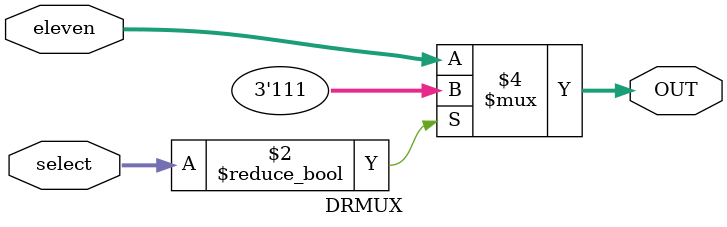
<source format=sv>
module DRMUX( input logic [2:0] eleven,  //select =0
    
              input logic [1:0] select,
              output logic [2:0] OUT
            );

/* COMBINATIONAL LOGIC INSIDE MODULE */
    always_comb 
    begin
        if (select)
            OUT = 3'b111;
        else
            OUT = eleven;
    end
    


endmodule  //DRMUX


</source>
